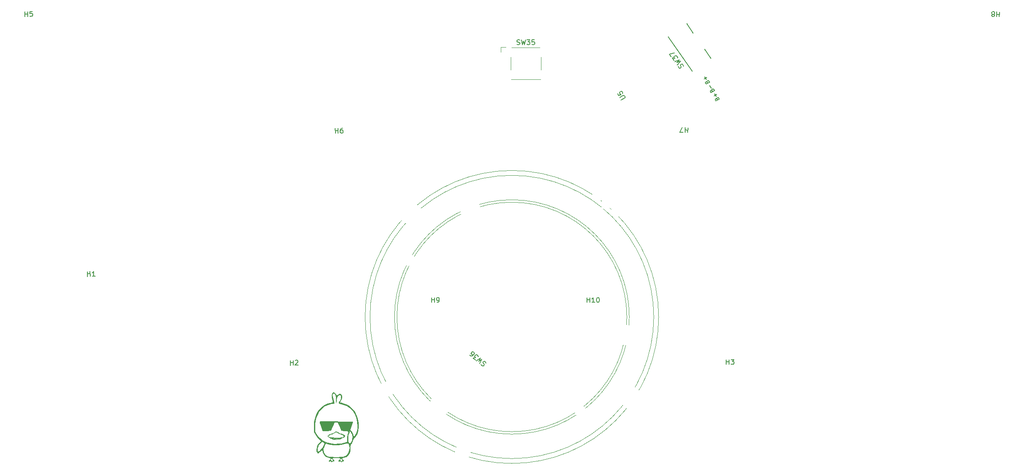
<source format=gbr>
%TF.GenerationSoftware,KiCad,Pcbnew,(6.0.4)*%
%TF.CreationDate,2022-10-16T13:45:35+02:00*%
%TF.ProjectId,Batreeq,42617472-6565-4712-9e6b-696361645f70,rev?*%
%TF.SameCoordinates,Original*%
%TF.FileFunction,Legend,Top*%
%TF.FilePolarity,Positive*%
%FSLAX46Y46*%
G04 Gerber Fmt 4.6, Leading zero omitted, Abs format (unit mm)*
G04 Created by KiCad (PCBNEW (6.0.4)) date 2022-10-16 13:45:35*
%MOMM*%
%LPD*%
G01*
G04 APERTURE LIST*
G04 Aperture macros list*
%AMRoundRect*
0 Rectangle with rounded corners*
0 $1 Rounding radius*
0 $2 $3 $4 $5 $6 $7 $8 $9 X,Y pos of 4 corners*
0 Add a 4 corners polygon primitive as box body*
4,1,4,$2,$3,$4,$5,$6,$7,$8,$9,$2,$3,0*
0 Add four circle primitives for the rounded corners*
1,1,$1+$1,$2,$3*
1,1,$1+$1,$4,$5*
1,1,$1+$1,$6,$7*
1,1,$1+$1,$8,$9*
0 Add four rect primitives between the rounded corners*
20,1,$1+$1,$2,$3,$4,$5,0*
20,1,$1+$1,$4,$5,$6,$7,0*
20,1,$1+$1,$6,$7,$8,$9,0*
20,1,$1+$1,$8,$9,$2,$3,0*%
%AMHorizOval*
0 Thick line with rounded ends*
0 $1 width*
0 $2 $3 position (X,Y) of the first rounded end (center of the circle)*
0 $4 $5 position (X,Y) of the second rounded end (center of the circle)*
0 Add line between two ends*
20,1,$1,$2,$3,$4,$5,0*
0 Add two circle primitives to create the rounded ends*
1,1,$1,$2,$3*
1,1,$1,$4,$5*%
%AMRotRect*
0 Rectangle, with rotation*
0 The origin of the aperture is its center*
0 $1 length*
0 $2 width*
0 $3 Rotation angle, in degrees counterclockwise*
0 Add horizontal line*
21,1,$1,$2,0,0,$3*%
G04 Aperture macros list end*
%ADD10C,0.150000*%
%ADD11C,0.120000*%
%ADD12C,0.100000*%
%ADD13RoundRect,0.375000X-0.837019X-0.050240X-0.462019X-0.699760X0.837019X0.050240X0.462019X0.699760X0*%
%ADD14R,1.600000X1.400000*%
%ADD15C,2.032000*%
%ADD16HorizOval,2.032000X-1.120053X0.724595X1.120053X-0.724595X0*%
%ADD17HorizOval,2.032000X1.332292X0.067491X-1.332292X-0.067491X0*%
%ADD18HorizOval,2.032000X-0.421808X0.776874X0.421808X-0.776874X0*%
%ADD19HorizOval,2.032000X0.753734X0.461889X-0.753734X-0.461889X0*%
%ADD20RoundRect,0.189673X-3.546058X0.753800X3.447877X-1.120219X3.546058X-0.753800X-3.447877X1.120219X0*%
%ADD21C,3.987800*%
%ADD22C,3.000000*%
%ADD23HorizOval,1.701800X0.482963X-0.129410X-0.482963X0.129410X0*%
%ADD24HorizOval,2.032000X-1.317210X-0.210983X1.317210X0.210983X0*%
%ADD25HorizOval,2.032000X0.944925X0.941633X-0.944925X-0.941633X0*%
%ADD26HorizOval,2.032000X0.251070X0.847597X-0.251070X-0.847597X0*%
%ADD27RoundRect,0.189673X-3.139626X-1.812593X3.311844X1.474595X3.139626X1.812593X-3.311844X-1.474595X0*%
%ADD28HorizOval,2.032000X-0.833295X0.295085X0.833295X-0.295085X0*%
%ADD29HorizOval,1.701800X0.445503X0.226995X-0.445503X-0.226995X0*%
%ADD30C,4.500000*%
%ADD31HorizOval,2.032000X1.120053X0.724595X-1.120053X-0.724595X0*%
%ADD32HorizOval,2.032000X-1.332292X0.067491X1.332292X-0.067491X0*%
%ADD33RoundRect,0.189673X-3.447877X-1.120219X3.546058X0.753800X3.447877X1.120219X-3.546058X-0.753800X0*%
%ADD34HorizOval,2.032000X-0.753734X0.461889X0.753734X-0.461889X0*%
%ADD35HorizOval,2.032000X0.421808X0.776874X-0.421808X-0.776874X0*%
%ADD36HorizOval,1.701800X0.482963X0.129410X-0.482963X-0.129410X0*%
%ADD37HorizOval,2.032000X-1.317210X0.210983X1.317210X-0.210983X0*%
%ADD38HorizOval,2.032000X-0.944925X0.941633X0.944925X-0.941633X0*%
%ADD39HorizOval,2.032000X-0.251070X0.847597X0.251070X-0.847597X0*%
%ADD40RoundRect,0.189673X-3.311844X1.474595X3.139626X-1.812593X3.311844X-1.474595X-3.139626X1.812593X0*%
%ADD41HorizOval,2.032000X0.833295X0.295085X-0.833295X-0.295085X0*%
%ADD42HorizOval,1.701800X0.445503X-0.226995X-0.445503X0.226995X0*%
%ADD43HorizOval,2.032000X-1.269427X0.410014X1.269427X-0.410014X0*%
%ADD44HorizOval,2.032000X1.269427X0.410014X-1.269427X-0.410014X0*%
%ADD45HorizOval,2.032000X0.608505X0.641231X-0.608505X-0.641231X0*%
%ADD46HorizOval,2.032000X-0.608505X0.641231X0.608505X-0.641231X0*%
%ADD47RoundRect,0.189673X-3.620327X-0.189672X3.620327X-0.189672X3.620327X0.189672X-3.620327X0.189672X0*%
%ADD48O,2.701800X1.701800*%
%ADD49HorizOval,2.032000X1.023398X0.855694X-1.023398X-0.855694X0*%
%ADD50HorizOval,2.032000X-1.330586X-0.095378X1.330586X0.095378X0*%
%ADD51HorizOval,2.032000X0.323987X0.822489X-0.323987X-0.822489X0*%
%ADD52HorizOval,2.032000X-0.804406X0.366589X0.804406X-0.366589X0*%
%ADD53RoundRect,0.189673X-3.285656X-1.532059X3.427761X1.180338X3.285656X1.532059X-3.427761X-1.180338X0*%
%ADD54HorizOval,1.701800X0.463592X0.187303X-0.463592X-0.187303X0*%
%ADD55RotRect,4.400000X4.400000X140.000000*%
%ADD56C,2.100000*%
%ADD57C,4.200000*%
%ADD58C,2.400000*%
%ADD59C,3.200000*%
%ADD60HorizOval,2.032000X-1.330586X0.095378X1.330586X-0.095378X0*%
%ADD61HorizOval,2.032000X-1.023398X0.855694X1.023398X-0.855694X0*%
%ADD62RoundRect,0.189673X-3.427761X1.180338X3.285656X-1.532059X3.427761X-1.180338X-3.285656X1.532059X0*%
%ADD63HorizOval,2.032000X-0.323987X0.822489X0.323987X-0.822489X0*%
%ADD64HorizOval,2.032000X0.804406X0.366589X-0.804406X-0.366589X0*%
%ADD65HorizOval,1.701800X0.463592X-0.187303X-0.463592X0.187303X0*%
%ADD66HorizOval,1.700000X0.000000X0.000000X0.000000X0.000000X0*%
%ADD67C,1.700000*%
%ADD68HorizOval,1.500000X0.409576X0.286788X-0.409576X-0.286788X0*%
%ADD69RotRect,1.500000X2.500000X125.000000*%
%ADD70HorizOval,2.200000X0.532449X0.372825X-0.532449X-0.372825X0*%
%ADD71C,1.524000*%
%ADD72C,1.400000*%
%ADD73R,1.400000X1.400000*%
G04 APERTURE END LIST*
D10*
%TO.C,SW35*%
X150867823Y-42472839D02*
X151010680Y-42520458D01*
X151248775Y-42520458D01*
X151344013Y-42472839D01*
X151391632Y-42425220D01*
X151439251Y-42329982D01*
X151439251Y-42234744D01*
X151391632Y-42139506D01*
X151344013Y-42091887D01*
X151248775Y-42044268D01*
X151058299Y-41996649D01*
X150963061Y-41949030D01*
X150915442Y-41901411D01*
X150867823Y-41806173D01*
X150867823Y-41710935D01*
X150915442Y-41615697D01*
X150963061Y-41568078D01*
X151058299Y-41520458D01*
X151296394Y-41520458D01*
X151439251Y-41568078D01*
X151772585Y-41520458D02*
X152010680Y-42520458D01*
X152201156Y-41806173D01*
X152391632Y-42520458D01*
X152629727Y-41520458D01*
X152915442Y-41520458D02*
X153534489Y-41520458D01*
X153201156Y-41901411D01*
X153344013Y-41901411D01*
X153439251Y-41949030D01*
X153486870Y-41996649D01*
X153534489Y-42091887D01*
X153534489Y-42329982D01*
X153486870Y-42425220D01*
X153439251Y-42472839D01*
X153344013Y-42520458D01*
X153058299Y-42520458D01*
X152963061Y-42472839D01*
X152915442Y-42425220D01*
X154439251Y-41520458D02*
X153963061Y-41520458D01*
X153915442Y-41996649D01*
X153963061Y-41949030D01*
X154058299Y-41901411D01*
X154296394Y-41901411D01*
X154391632Y-41949030D01*
X154439251Y-41996649D01*
X154486870Y-42091887D01*
X154486870Y-42329982D01*
X154439251Y-42425220D01*
X154391632Y-42472839D01*
X154296394Y-42520458D01*
X154058299Y-42520458D01*
X153963061Y-42472839D01*
X153915442Y-42425220D01*
%TO.C,H10*%
X165209250Y-95308456D02*
X165209250Y-94308456D01*
X165209250Y-94784647D02*
X165780679Y-94784647D01*
X165780679Y-95308456D02*
X165780679Y-94308456D01*
X166780679Y-95308456D02*
X166209250Y-95308456D01*
X166494965Y-95308456D02*
X166494965Y-94308456D01*
X166399726Y-94451314D01*
X166304488Y-94546552D01*
X166209250Y-94594171D01*
X167399726Y-94308456D02*
X167494965Y-94308456D01*
X167590203Y-94356076D01*
X167637822Y-94403695D01*
X167685441Y-94498933D01*
X167733060Y-94689409D01*
X167733060Y-94927504D01*
X167685441Y-95117980D01*
X167637822Y-95213218D01*
X167590203Y-95260837D01*
X167494965Y-95308456D01*
X167399726Y-95308456D01*
X167304488Y-95260837D01*
X167256869Y-95213218D01*
X167209250Y-95117980D01*
X167161631Y-94927504D01*
X167161631Y-94689409D01*
X167209250Y-94498933D01*
X167256869Y-94403695D01*
X167304488Y-94356076D01*
X167399726Y-94308456D01*
%TO.C,H8*%
X249509981Y-35810763D02*
X249475082Y-36810154D01*
X249491700Y-36334254D02*
X248920620Y-36314311D01*
X248938901Y-35790821D02*
X248904001Y-36790211D01*
X248300287Y-36340297D02*
X248393806Y-36391210D01*
X248439734Y-36440462D01*
X248484000Y-36537304D01*
X248482338Y-36584894D01*
X248431424Y-36678413D01*
X248382172Y-36724341D01*
X248285331Y-36768607D01*
X248094970Y-36761960D01*
X248001452Y-36711046D01*
X247955524Y-36661794D01*
X247911258Y-36564952D01*
X247912920Y-36517362D01*
X247963833Y-36423844D01*
X248013085Y-36377915D01*
X248109927Y-36333649D01*
X248300287Y-36340297D01*
X248397129Y-36296030D01*
X248446381Y-36250102D01*
X248497295Y-36156584D01*
X248503943Y-35966224D01*
X248459676Y-35869382D01*
X248413748Y-35820130D01*
X248320230Y-35769216D01*
X248129870Y-35762569D01*
X248033028Y-35806835D01*
X247983776Y-35852763D01*
X247932862Y-35946281D01*
X247926215Y-36136641D01*
X247970481Y-36233483D01*
X248016409Y-36282735D01*
X248109927Y-36333649D01*
%TO.C,H9*%
X133427438Y-95308459D02*
X133427438Y-94308459D01*
X133427438Y-94784650D02*
X133998866Y-94784650D01*
X133998866Y-95308459D02*
X133998866Y-94308459D01*
X134522676Y-95308459D02*
X134713152Y-95308459D01*
X134808390Y-95260840D01*
X134856009Y-95213221D01*
X134951247Y-95070364D01*
X134998866Y-94879888D01*
X134998866Y-94498936D01*
X134951247Y-94403698D01*
X134903628Y-94356079D01*
X134808390Y-94308459D01*
X134617914Y-94308459D01*
X134522676Y-94356079D01*
X134475057Y-94403698D01*
X134427438Y-94498936D01*
X134427438Y-94737031D01*
X134475057Y-94832269D01*
X134522676Y-94879888D01*
X134617914Y-94927507D01*
X134808390Y-94927507D01*
X134903628Y-94879888D01*
X134951247Y-94832269D01*
X134998866Y-94737031D01*
%TO.C,H3*%
X193662295Y-108006745D02*
X193662295Y-107006745D01*
X193662295Y-107482936D02*
X194233723Y-107482936D01*
X194233723Y-108006745D02*
X194233723Y-107006745D01*
X194614676Y-107006745D02*
X195233723Y-107006745D01*
X194900390Y-107387698D01*
X195043247Y-107387698D01*
X195138485Y-107435317D01*
X195186104Y-107482936D01*
X195233723Y-107578174D01*
X195233723Y-107816269D01*
X195186104Y-107911507D01*
X195138485Y-107959126D01*
X195043247Y-108006745D01*
X194757533Y-108006745D01*
X194662295Y-107959126D01*
X194614676Y-107911507D01*
%TO.C,H6*%
X113767602Y-60652174D02*
X113750150Y-59652326D01*
X113758460Y-60128444D02*
X114329802Y-60118471D01*
X114338943Y-60642201D02*
X114321491Y-59642353D01*
X115226115Y-59626563D02*
X115035668Y-59629887D01*
X114941275Y-59679161D01*
X114894495Y-59727604D01*
X114801764Y-59872101D01*
X114757477Y-60063380D01*
X114764125Y-60444274D01*
X114813399Y-60538667D01*
X114861842Y-60585447D01*
X114957897Y-60631397D01*
X115148344Y-60628073D01*
X115242736Y-60578799D01*
X115289517Y-60530356D01*
X115335467Y-60434301D01*
X115331312Y-60196242D01*
X115282038Y-60101850D01*
X115233595Y-60055069D01*
X115137540Y-60009119D01*
X114947093Y-60012444D01*
X114852700Y-60061718D01*
X114805920Y-60110160D01*
X114759970Y-60206215D01*
%TO.C,SW36*%
X144568402Y-107693189D02*
X144489576Y-107564884D01*
X144307185Y-107411840D01*
X144203619Y-107387100D01*
X144136532Y-107392969D01*
X144038836Y-107435317D01*
X143977618Y-107508274D01*
X143952878Y-107611839D01*
X143958748Y-107678926D01*
X144001095Y-107776623D01*
X144116400Y-107935537D01*
X144158747Y-108033233D01*
X144164617Y-108100320D01*
X144139877Y-108203886D01*
X144078659Y-108276842D01*
X143980963Y-108319190D01*
X143913876Y-108325059D01*
X143810310Y-108300320D01*
X143627919Y-108147275D01*
X143549093Y-108018970D01*
X143263136Y-107841186D02*
X143723532Y-106922097D01*
X143118484Y-107346836D01*
X143431705Y-106677225D01*
X142606526Y-107290225D01*
X142387656Y-107106571D02*
X141913438Y-106708655D01*
X142413658Y-106631091D01*
X142304223Y-106539265D01*
X142261875Y-106441568D01*
X142256006Y-106374481D01*
X142280745Y-106270916D01*
X142433790Y-106088524D01*
X142531486Y-106046176D01*
X142598574Y-106040307D01*
X142702139Y-106065047D01*
X142921009Y-106248700D01*
X142963357Y-106346396D01*
X142969226Y-106413484D01*
X141256829Y-106157694D02*
X141402742Y-106280130D01*
X141506307Y-106304870D01*
X141573395Y-106299000D01*
X141738178Y-106250783D01*
X141897092Y-106135479D01*
X142141964Y-105843653D01*
X142166703Y-105740087D01*
X142160834Y-105673000D01*
X142118486Y-105575304D01*
X141972573Y-105452868D01*
X141869007Y-105428128D01*
X141801920Y-105433998D01*
X141704224Y-105476345D01*
X141551179Y-105658737D01*
X141526440Y-105762302D01*
X141532309Y-105829390D01*
X141574657Y-105927086D01*
X141720570Y-106049522D01*
X141824136Y-106074261D01*
X141891223Y-106068392D01*
X141988919Y-106026044D01*
%TO.C,H2*%
X104590118Y-108196652D02*
X104555218Y-107197261D01*
X104571837Y-107673162D02*
X105142918Y-107653219D01*
X105161198Y-108176709D02*
X105126299Y-107177319D01*
X105557933Y-107257542D02*
X105603861Y-107208290D01*
X105697379Y-107157376D01*
X105935329Y-107149067D01*
X106032171Y-107193333D01*
X106081423Y-107239261D01*
X106132337Y-107332779D01*
X106135661Y-107427959D01*
X106093056Y-107572391D01*
X105541919Y-108163414D01*
X106160589Y-108141810D01*
%TO.C,PAD1*%
X190740714Y-51927922D02*
X190716563Y-51809900D01*
X190730506Y-51757861D01*
X190777442Y-51686774D01*
X190876416Y-51629631D01*
X190961446Y-51624527D01*
X191013486Y-51638471D01*
X191084572Y-51685406D01*
X191236953Y-51949338D01*
X190544133Y-52349338D01*
X190410800Y-52118398D01*
X190405696Y-52033367D01*
X190419640Y-51981328D01*
X190466575Y-51910241D01*
X190532558Y-51872146D01*
X190617588Y-51867042D01*
X190669627Y-51880986D01*
X190740714Y-51927922D01*
X190874047Y-52158862D01*
X190573022Y-51408898D02*
X190268260Y-50881035D01*
X189740714Y-50195871D02*
X189716563Y-50077849D01*
X189730506Y-50025810D01*
X189777442Y-49954723D01*
X189876416Y-49897580D01*
X189961446Y-49892476D01*
X190013486Y-49906420D01*
X190084572Y-49953355D01*
X190236953Y-50217287D01*
X189544133Y-50617287D01*
X189410800Y-50386347D01*
X189405696Y-50301316D01*
X189419640Y-50249277D01*
X189466575Y-50178190D01*
X189532558Y-50140095D01*
X189617588Y-50134991D01*
X189669627Y-50148935D01*
X189740714Y-50195871D01*
X189874047Y-50426811D01*
X189573022Y-49676847D02*
X189268260Y-49148984D01*
X189684572Y-49260535D02*
X189156709Y-49565297D01*
X191740714Y-53659973D02*
X191716563Y-53541951D01*
X191730506Y-53489912D01*
X191777442Y-53418825D01*
X191876416Y-53361682D01*
X191961446Y-53356578D01*
X192013486Y-53370522D01*
X192084572Y-53417457D01*
X192236953Y-53681389D01*
X191544133Y-54081389D01*
X191410800Y-53850449D01*
X191405696Y-53765418D01*
X191419640Y-53713379D01*
X191466575Y-53642292D01*
X191532558Y-53604197D01*
X191617588Y-53599093D01*
X191669627Y-53613037D01*
X191740714Y-53659973D01*
X191874047Y-53890913D01*
X191573022Y-53140949D02*
X191268260Y-52613086D01*
X191684572Y-52724637D02*
X191156709Y-53029399D01*
%TO.C,H1*%
X63087440Y-89990612D02*
X63052540Y-88991221D01*
X63069159Y-89467122D02*
X63640240Y-89447179D01*
X63658520Y-89970669D02*
X63623621Y-88971279D01*
X64657911Y-89935770D02*
X64086831Y-89955712D01*
X64372371Y-89945741D02*
X64337471Y-88946350D01*
X64247277Y-89092444D01*
X64155421Y-89190948D01*
X64061902Y-89241862D01*
%TO.C,H7*%
X185824249Y-59508512D02*
X185789350Y-60507903D01*
X185805968Y-60032003D02*
X185234888Y-60012060D01*
X185253169Y-59488570D02*
X185218269Y-60487960D01*
X184837549Y-60474665D02*
X184171288Y-60451399D01*
X184634498Y-59466965D01*
%TO.C,U5*%
X172137356Y-53857755D02*
X172858647Y-53490239D01*
X172921886Y-53404573D01*
X172942696Y-53340526D01*
X172941888Y-53234049D01*
X172855414Y-53064334D01*
X172769748Y-53001095D01*
X172705700Y-52980284D01*
X172599224Y-52981093D01*
X171877933Y-53348609D01*
X171445561Y-52500031D02*
X171661747Y-52924320D01*
X172107654Y-52750563D01*
X172043607Y-52729753D01*
X171957941Y-52666514D01*
X171849848Y-52454369D01*
X171849039Y-52347893D01*
X171869850Y-52283845D01*
X171933089Y-52198179D01*
X172145233Y-52090086D01*
X172251710Y-52089278D01*
X172315757Y-52110088D01*
X172401423Y-52173327D01*
X172509516Y-52385472D01*
X172510324Y-52491948D01*
X172489514Y-52555996D01*
%TO.C,SW37*%
X184905507Y-46900175D02*
X184862575Y-46755840D01*
X184726009Y-46560804D01*
X184632376Y-46510102D01*
X184566055Y-46498408D01*
X184460728Y-46514027D01*
X184382713Y-46568654D01*
X184332012Y-46662287D01*
X184320318Y-46728608D01*
X184335937Y-46833935D01*
X184406182Y-47017277D01*
X184421801Y-47122605D01*
X184410107Y-47188925D01*
X184359406Y-47282559D01*
X184281391Y-47337185D01*
X184176064Y-47352804D01*
X184109743Y-47341110D01*
X184016110Y-47290409D01*
X183879544Y-47095373D01*
X183836612Y-46951038D01*
X183606412Y-46705300D02*
X184288999Y-45936688D01*
X183594637Y-46190356D01*
X184070493Y-45624630D01*
X183114775Y-46003170D01*
X182950896Y-45769127D02*
X182595825Y-45262033D01*
X183099075Y-45316578D01*
X183017136Y-45199556D01*
X183001517Y-45094229D01*
X183013211Y-45027908D01*
X183063912Y-44934275D01*
X183258948Y-44797709D01*
X183364276Y-44782090D01*
X183430596Y-44793784D01*
X183524230Y-44844485D01*
X183688109Y-45078529D01*
X183703728Y-45183856D01*
X183692034Y-45250177D01*
X182404633Y-44988982D02*
X182022249Y-44442881D01*
X183087219Y-44220369D01*
%TO.C,H5*%
X50313336Y-36777998D02*
X50278436Y-35778607D01*
X50295055Y-36254508D02*
X50866136Y-36234565D01*
X50884416Y-36758055D02*
X50849517Y-35758665D01*
X51801318Y-35725427D02*
X51325417Y-35742046D01*
X51294446Y-36219608D01*
X51340374Y-36170356D01*
X51433892Y-36119442D01*
X51671842Y-36111133D01*
X51768684Y-36155399D01*
X51817936Y-36201327D01*
X51868850Y-36294846D01*
X51877160Y-36532796D01*
X51832893Y-36629638D01*
X51786965Y-36678890D01*
X51693447Y-36729803D01*
X51455497Y-36738113D01*
X51358655Y-36693847D01*
X51309403Y-36647918D01*
%TO.C,U1*%
D11*
%TO.C,SW35*%
X149577347Y-45068078D02*
X149577347Y-47668078D01*
X155577347Y-43118078D02*
X149777347Y-43118078D01*
X147577347Y-43068078D02*
X148577347Y-43068078D01*
X155677347Y-49618078D02*
X149677347Y-49618078D01*
X147577347Y-44068078D02*
X147577347Y-43068078D01*
X155777347Y-45068078D02*
X155777347Y-47668078D01*
%TO.C,G\u002A\u002A\u002A*%
G36*
X112946223Y-123250294D02*
G01*
X112802500Y-123180919D01*
X112469303Y-123005502D01*
X112273844Y-122867817D01*
X112193661Y-122750734D01*
X112192891Y-122744894D01*
X112369130Y-122744894D01*
X112385555Y-122765777D01*
X112565983Y-122860637D01*
X112876248Y-122938544D01*
X113277487Y-122997150D01*
X113730834Y-123034105D01*
X114197425Y-123047063D01*
X114638396Y-123033673D01*
X115014882Y-122991589D01*
X115236667Y-122938054D01*
X115464017Y-122828460D01*
X115522717Y-122713241D01*
X115413306Y-122593698D01*
X115136325Y-122471135D01*
X115028323Y-122436304D01*
X114726810Y-122326410D01*
X114469835Y-122201366D01*
X114345533Y-122115329D01*
X114083922Y-121968350D01*
X113798867Y-121985550D01*
X113571858Y-122113069D01*
X113369029Y-122231633D01*
X113081997Y-122352728D01*
X112906646Y-122410514D01*
X112576632Y-122527458D01*
X112394352Y-122641037D01*
X112369130Y-122744894D01*
X112192891Y-122744894D01*
X112188667Y-122712873D01*
X112267767Y-122525790D01*
X112482908Y-122364813D01*
X112800845Y-122251908D01*
X112920545Y-122229263D01*
X113216681Y-122140942D01*
X113497273Y-121992994D01*
X113516517Y-121979133D01*
X113814795Y-121814040D01*
X114082192Y-121804342D01*
X114356181Y-121950513D01*
X114405440Y-121990333D01*
X114617405Y-122130438D01*
X114813921Y-122201682D01*
X114840996Y-122203859D01*
X115028597Y-122239386D01*
X115284747Y-122326666D01*
X115390908Y-122371773D01*
X115621319Y-122494866D01*
X115721479Y-122608757D01*
X115729575Y-122721100D01*
X115653718Y-122898121D01*
X115575333Y-122969783D01*
X115174004Y-123170271D01*
X114867942Y-123302338D01*
X114605688Y-123382090D01*
X114335781Y-123425633D01*
X114051333Y-123446775D01*
X113715253Y-123457950D01*
X113465142Y-123438742D01*
X113231849Y-123374430D01*
X113172230Y-123348519D01*
X113736044Y-123348519D01*
X113842418Y-123361803D01*
X113966667Y-123364273D01*
X114149788Y-123357668D01*
X114200057Y-123340782D01*
X114157167Y-123327581D01*
X113910449Y-123313574D01*
X113776167Y-123327581D01*
X113736044Y-123348519D01*
X113172230Y-123348519D01*
X113020151Y-123282424D01*
X113326055Y-123282424D01*
X113409278Y-123295982D01*
X113519092Y-123280416D01*
X113520403Y-123251514D01*
X113407086Y-123231302D01*
X113358125Y-123244830D01*
X113326055Y-123282424D01*
X113020151Y-123282424D01*
X112946223Y-123250294D01*
G37*
G36*
X114559333Y-127558688D02*
G01*
X114705540Y-127409332D01*
X114728937Y-127305538D01*
X114618013Y-127240288D01*
X114361257Y-127206564D01*
X113966667Y-127197333D01*
X113631108Y-127204690D01*
X113370943Y-127224395D01*
X113223942Y-127252903D01*
X113204667Y-127268878D01*
X113261279Y-127373387D01*
X113374000Y-127493667D01*
X113509387Y-127660835D01*
X113539233Y-127795994D01*
X113462939Y-127859921D01*
X113379468Y-127851564D01*
X113222860Y-127866398D01*
X113170458Y-127926356D01*
X113068956Y-128035177D01*
X112948213Y-128000050D01*
X112897213Y-127918550D01*
X112817086Y-127838038D01*
X112693769Y-127876217D01*
X112524939Y-127949921D01*
X112454899Y-127913715D01*
X112442667Y-127790717D01*
X112483973Y-127681925D01*
X112645036Y-127681925D01*
X112739585Y-127676575D01*
X112811279Y-127630947D01*
X112911419Y-127587828D01*
X112979204Y-127688159D01*
X112991633Y-127724715D01*
X113042603Y-127847021D01*
X113079643Y-127814375D01*
X113091945Y-127773526D01*
X113186511Y-127669609D01*
X113273471Y-127675574D01*
X113345225Y-127682347D01*
X113283630Y-127607412D01*
X113236030Y-127565048D01*
X113084885Y-127404381D01*
X113009881Y-127282000D01*
X112971843Y-127209287D01*
X112957351Y-127300188D01*
X112883743Y-127451266D01*
X112774082Y-127539881D01*
X112656426Y-127628654D01*
X112645036Y-127681925D01*
X112483973Y-127681925D01*
X112509258Y-127615328D01*
X112612000Y-127516351D01*
X112756231Y-127390289D01*
X112744263Y-127283560D01*
X112571377Y-127189755D01*
X112321139Y-127121292D01*
X111867786Y-126937019D01*
X111495769Y-126619178D01*
X111232341Y-126194667D01*
X111154954Y-125970314D01*
X111053684Y-125591676D01*
X110838009Y-125728766D01*
X110623927Y-125895796D01*
X110432153Y-126087095D01*
X110241972Y-126308333D01*
X110062558Y-126096667D01*
X109931987Y-125821759D01*
X109910718Y-125559932D01*
X110157449Y-125559932D01*
X110165017Y-125785442D01*
X110202010Y-125914029D01*
X110226186Y-125927333D01*
X110318619Y-125872824D01*
X110492418Y-125730307D01*
X110665380Y-125571779D01*
X111355529Y-125571779D01*
X111437471Y-125951525D01*
X111538746Y-126188085D01*
X111716306Y-126459822D01*
X111940130Y-126668617D01*
X112231181Y-126820568D01*
X112610419Y-126921771D01*
X113098806Y-126978324D01*
X113717303Y-126996325D01*
X114288465Y-126987941D01*
X114771045Y-126971116D01*
X115122605Y-126947484D01*
X115381454Y-126911307D01*
X115585903Y-126856850D01*
X115774260Y-126778376D01*
X115812465Y-126759744D01*
X116186166Y-126484326D01*
X116458741Y-126095514D01*
X116618145Y-125623920D01*
X116652334Y-125100157D01*
X116602774Y-124750964D01*
X116517753Y-124443084D01*
X116409551Y-124265532D01*
X116243290Y-124201754D01*
X115984091Y-124235197D01*
X115692429Y-124318920D01*
X115015775Y-124473959D01*
X114259327Y-124551480D01*
X113495416Y-124548341D01*
X112796372Y-124461397D01*
X112731216Y-124447618D01*
X112397320Y-124368517D01*
X112115665Y-124292230D01*
X111937404Y-124232842D01*
X111917053Y-124223398D01*
X111815070Y-124201342D01*
X111743327Y-124289845D01*
X111685952Y-124468372D01*
X111595901Y-124725446D01*
X111488361Y-124935179D01*
X111473424Y-124956283D01*
X111366564Y-125222110D01*
X111355529Y-125571779D01*
X110665380Y-125571779D01*
X110697671Y-125542183D01*
X110928397Y-125282831D01*
X111153054Y-124966366D01*
X111343510Y-124640189D01*
X111471632Y-124351699D01*
X111510506Y-124172674D01*
X111442946Y-124066010D01*
X111277955Y-123948466D01*
X111265387Y-123941831D01*
X111117026Y-123874743D01*
X111007215Y-123877717D01*
X110884265Y-123970322D01*
X110716978Y-124149438D01*
X110511103Y-124410223D01*
X110338154Y-124684925D01*
X110285591Y-124792787D01*
X110220306Y-125014510D01*
X110176736Y-125286590D01*
X110157449Y-125559932D01*
X109910718Y-125559932D01*
X109902447Y-125458121D01*
X109964615Y-125045459D01*
X110109167Y-124623475D01*
X110326781Y-124231877D01*
X110567115Y-123947908D01*
X110823739Y-123704150D01*
X110365244Y-123285112D01*
X109888688Y-122740137D01*
X109629541Y-122302691D01*
X109509386Y-122049493D01*
X109430325Y-121841715D01*
X109383997Y-121632215D01*
X109362039Y-121373850D01*
X109356086Y-121019475D01*
X109356616Y-120764154D01*
X109359740Y-120720333D01*
X109615941Y-120720333D01*
X109619645Y-121133511D01*
X109641067Y-121433576D01*
X109689929Y-121676562D01*
X109775950Y-121918501D01*
X109855089Y-122098878D01*
X110198549Y-122659745D01*
X110683273Y-123169465D01*
X111284364Y-123609522D01*
X111976928Y-123961400D01*
X112666057Y-124189468D01*
X113145031Y-124266872D01*
X113725559Y-124294747D01*
X114348033Y-124275537D01*
X114952848Y-124211687D01*
X115480397Y-124105640D01*
X115605484Y-124068931D01*
X116185968Y-123882980D01*
X116132540Y-123444656D01*
X116141710Y-122981448D01*
X116388126Y-122981448D01*
X116389955Y-123383989D01*
X116437413Y-123744741D01*
X116530020Y-124004789D01*
X116537379Y-124016480D01*
X116690388Y-124250000D01*
X116888529Y-124063856D01*
X117028375Y-123867951D01*
X117149202Y-123591765D01*
X117184109Y-123471543D01*
X117238966Y-122915583D01*
X117146506Y-122372398D01*
X116969926Y-121978397D01*
X116846492Y-121787286D01*
X116775452Y-121728016D01*
X116728892Y-121783346D01*
X116715091Y-121821000D01*
X116641688Y-122011697D01*
X116537487Y-122255148D01*
X116523277Y-122286667D01*
X116432407Y-122596035D01*
X116388126Y-122981448D01*
X116141710Y-122981448D01*
X116144341Y-122848523D01*
X116212827Y-122540667D01*
X116324641Y-122159753D01*
X116384490Y-121914295D01*
X116374205Y-121773823D01*
X116275619Y-121707866D01*
X116070565Y-121685955D01*
X115740875Y-121677620D01*
X115697431Y-121676264D01*
X114954433Y-121651667D01*
X114607607Y-120805000D01*
X114260780Y-119958333D01*
X113600236Y-119958333D01*
X112906488Y-121651667D01*
X112054432Y-121675631D01*
X111202375Y-121699596D01*
X110847734Y-120759192D01*
X110713724Y-120384589D01*
X110612804Y-120064613D01*
X110554950Y-119833771D01*
X110549517Y-119727492D01*
X110627857Y-119703062D01*
X110833214Y-119685386D01*
X111172688Y-119674394D01*
X111653380Y-119670020D01*
X112282392Y-119672195D01*
X113066823Y-119680851D01*
X113954865Y-119694882D01*
X114690855Y-119708614D01*
X115372622Y-119722940D01*
X115981898Y-119737357D01*
X116500411Y-119751361D01*
X116909891Y-119764446D01*
X117192069Y-119776109D01*
X117328673Y-119785844D01*
X117338531Y-119788309D01*
X117326877Y-119877567D01*
X117267520Y-120090029D01*
X117171063Y-120389918D01*
X117094253Y-120612627D01*
X116815234Y-121402203D01*
X117039976Y-121626946D01*
X117201757Y-121856614D01*
X117349376Y-122184517D01*
X117407421Y-122364961D01*
X117550123Y-122878235D01*
X117762642Y-122565485D01*
X118025258Y-122108098D01*
X118189744Y-121632389D01*
X118270402Y-121085947D01*
X118284667Y-120652547D01*
X118215481Y-119744287D01*
X118014080Y-118907595D01*
X117689700Y-118155084D01*
X117251577Y-117499363D01*
X116708947Y-116953044D01*
X116071044Y-116528738D01*
X115347106Y-116239056D01*
X114990963Y-116155084D01*
X114661663Y-116078448D01*
X114490366Y-115984219D01*
X114466088Y-115844021D01*
X114577843Y-115629476D01*
X114714666Y-115441379D01*
X114892317Y-115119521D01*
X114940333Y-114783324D01*
X114906344Y-114461862D01*
X114802472Y-114292553D01*
X114625857Y-114272047D01*
X114532704Y-114305439D01*
X114318808Y-114488914D01*
X114153105Y-114803910D01*
X114050038Y-115216010D01*
X114023499Y-115518791D01*
X114004614Y-115834664D01*
X113975268Y-115992066D01*
X113941910Y-116001014D01*
X113910985Y-115871525D01*
X113888940Y-115613614D01*
X113882000Y-115298947D01*
X113856276Y-114759054D01*
X113781024Y-114355114D01*
X113659124Y-114096161D01*
X113493455Y-113991230D01*
X113464600Y-113989333D01*
X113302751Y-114063993D01*
X113241173Y-114194074D01*
X113230571Y-114412506D01*
X113266211Y-114734288D01*
X113337828Y-115103142D01*
X113435154Y-115462793D01*
X113511243Y-115674500D01*
X113582787Y-115867813D01*
X113608370Y-115979284D01*
X113606033Y-115986855D01*
X113517540Y-116014521D01*
X113305904Y-116065434D01*
X113013978Y-116129384D01*
X112963297Y-116140015D01*
X112157140Y-116378505D01*
X111469288Y-116735885D01*
X110892076Y-117217881D01*
X110417839Y-117830222D01*
X110212649Y-118195563D01*
X109906894Y-118895777D01*
X109717449Y-119575351D01*
X109628153Y-120302667D01*
X109615941Y-120720333D01*
X109359740Y-120720333D01*
X109425922Y-119792039D01*
X109620196Y-118901534D01*
X109932270Y-118103047D01*
X110354975Y-117406986D01*
X110881144Y-116823759D01*
X111503609Y-116363776D01*
X112215202Y-116037445D01*
X112702250Y-115905936D01*
X112972817Y-115845245D01*
X113169451Y-115790880D01*
X113238921Y-115761301D01*
X113243004Y-115662070D01*
X113207411Y-115451986D01*
X113160220Y-115255396D01*
X113056204Y-114737051D01*
X113040479Y-114310671D01*
X113112325Y-113996306D01*
X113210452Y-113857097D01*
X113350685Y-113753978D01*
X113478056Y-113758761D01*
X113612619Y-113825884D01*
X113819983Y-113999380D01*
X113951363Y-114185502D01*
X114063059Y-114417853D01*
X114317692Y-114203593D01*
X114527802Y-114044763D01*
X114677236Y-114005440D01*
X114824679Y-114085019D01*
X114944182Y-114197151D01*
X115114331Y-114479520D01*
X115157710Y-114830440D01*
X115074591Y-115206509D01*
X114936148Y-115469111D01*
X114812821Y-115661770D01*
X114748172Y-115784701D01*
X114745648Y-115805223D01*
X114835295Y-115831313D01*
X115041521Y-115880389D01*
X115255348Y-115927813D01*
X116008709Y-116173878D01*
X116683335Y-116565011D01*
X117270482Y-117092088D01*
X117761406Y-117745985D01*
X118147363Y-118517578D01*
X118363484Y-119171002D01*
X118539146Y-120051943D01*
X118581690Y-120870395D01*
X118493088Y-121614726D01*
X118275313Y-122273305D01*
X117930338Y-122834502D01*
X117699553Y-123085674D01*
X117535497Y-123276574D01*
X117444508Y-123450282D01*
X117438000Y-123491213D01*
X117395990Y-123685810D01*
X117291902Y-123929630D01*
X117158652Y-124160591D01*
X117029155Y-124316608D01*
X116985814Y-124344111D01*
X116924865Y-124409419D01*
X116888736Y-124566771D01*
X116873430Y-124844296D01*
X116873097Y-125137720D01*
X116868592Y-125545742D01*
X116838655Y-125842160D01*
X116774186Y-126083914D01*
X116690911Y-126277715D01*
X116401216Y-126690139D01*
X116000745Y-126990371D01*
X115524172Y-127152623D01*
X115511833Y-127154648D01*
X115255301Y-127225049D01*
X115160833Y-127325268D01*
X115230994Y-127450436D01*
X115321333Y-127516351D01*
X115456724Y-127652018D01*
X115481274Y-127786810D01*
X115392510Y-127868363D01*
X115338267Y-127874667D01*
X115146714Y-127930916D01*
X115078567Y-127980500D01*
X114974129Y-128035385D01*
X114868948Y-127947540D01*
X114858095Y-127933100D01*
X114747008Y-127840191D01*
X114689464Y-127869600D01*
X114572607Y-127952688D01*
X114445808Y-127934237D01*
X114390000Y-127831504D01*
X114426031Y-127742005D01*
X114596701Y-127742005D01*
X114611106Y-127751800D01*
X114673360Y-127706771D01*
X114803020Y-127633693D01*
X114889769Y-127695085D01*
X114924456Y-127751666D01*
X114999322Y-127861162D01*
X115036607Y-127824719D01*
X115048566Y-127773526D01*
X115134620Y-127668462D01*
X115220804Y-127672453D01*
X115279675Y-127670385D01*
X115192500Y-127587384D01*
X115173167Y-127572766D01*
X115029424Y-127421397D01*
X114975982Y-127292840D01*
X114961929Y-127204470D01*
X114923135Y-127281282D01*
X114922873Y-127282000D01*
X114836538Y-127434236D01*
X114696723Y-127618104D01*
X114596701Y-127742005D01*
X114426031Y-127742005D01*
X114449751Y-127683086D01*
X114559333Y-127558688D01*
G37*
D12*
%TO.C,SW36*%
X179843347Y-98302077D02*
G75*
G03*
X179843347Y-98302077I-30000000J0D01*
G01*
X178843347Y-98302077D02*
G75*
G03*
X178843347Y-98302077I-29000000J0D01*
G01*
X173843348Y-98302077D02*
G75*
G03*
X173843348Y-98302077I-24000001J0D01*
G01*
X173336847Y-98302077D02*
G75*
G03*
X173336847Y-98302077I-23493500J0D01*
G01*
D10*
%TO.C,SW37*%
X190491276Y-45296824D02*
X189229407Y-43494689D01*
X186877744Y-40136166D02*
X185558518Y-38252116D01*
X186723176Y-47935276D02*
X181790419Y-40890568D01*
%TD*%
D13*
%TO.C,PAD1*%
X193130000Y-52352000D03*
X192130000Y-50619949D03*
X191130000Y-48887898D03*
%TD*%
%LPC*%
D14*
%TO.C,SW35*%
X148677347Y-44118078D03*
X156677347Y-44118078D03*
X148677347Y-48618078D03*
X156677347Y-48618078D03*
%TD*%
D15*
%TO.C,SW7*%
X30920405Y-70392289D03*
D16*
X29812672Y-69676116D03*
D17*
X32237817Y-70325931D03*
D18*
X35887969Y-68910945D03*
D19*
X27359039Y-66625626D03*
D20*
X31673162Y-67601881D03*
D15*
X35470214Y-68132879D03*
X28109859Y-66160678D03*
D21*
X32447437Y-64693327D03*
D22*
X29421474Y-61256346D03*
X38244452Y-62367771D03*
X36212503Y-60446395D03*
D23*
X37351154Y-66010699D03*
D22*
X28588379Y-59777011D03*
D23*
X27538373Y-63377271D03*
D22*
X33987410Y-58946068D03*
%TD*%
D24*
%TO.C,SW26*%
X221730133Y-120335215D03*
D15*
X223032553Y-120126217D03*
D25*
X223967179Y-119195383D03*
D26*
X217865554Y-119710059D03*
D15*
X224901880Y-115402731D03*
D27*
X221724814Y-117548847D03*
D28*
X225732961Y-115701415D03*
D15*
X218112410Y-118862139D03*
D22*
X220310247Y-109193872D03*
X217652766Y-109567790D03*
D29*
X215825251Y-117176063D03*
D21*
X220354009Y-114869279D03*
D22*
X214196513Y-113797957D03*
X223105930Y-109262094D03*
X215805491Y-114339868D03*
D29*
X224879675Y-112567049D03*
%TD*%
D30*
%TO.C,H10*%
X166447346Y-98056076D03*
%TD*%
D15*
%TO.C,SW34*%
X263733084Y-52037591D03*
D31*
X264840817Y-51321417D03*
D32*
X262415672Y-51971232D03*
D33*
X262989787Y-49244648D03*
D34*
X267294449Y-48270927D03*
D15*
X266543629Y-47805979D03*
X259183275Y-49778181D03*
D35*
X258765520Y-50556247D03*
D36*
X267111481Y-45027647D03*
D22*
X256405851Y-44010503D03*
X263343229Y-40778144D03*
D21*
X262206052Y-46338628D03*
D22*
X257867000Y-44875097D03*
X260666078Y-40591370D03*
D36*
X257296650Y-47653423D03*
D22*
X266063636Y-41426131D03*
%TD*%
D30*
%TO.C,H8*%
X248621075Y-39434330D03*
%TD*%
%TO.C,H9*%
X134189343Y-98056079D03*
%TD*%
D24*
%TO.C,SW21*%
X206457465Y-133193314D03*
D15*
X207759885Y-132984316D03*
D25*
X208694511Y-132053482D03*
D15*
X209629212Y-128260830D03*
D27*
X206452146Y-130406946D03*
D15*
X202839742Y-131720238D03*
D26*
X202592886Y-132568158D03*
D28*
X210460293Y-128559514D03*
D22*
X207833262Y-122120193D03*
D29*
X200552583Y-130034162D03*
X209607007Y-125425148D03*
D22*
X198923845Y-126656056D03*
X205037579Y-122051971D03*
X200532823Y-127197967D03*
D21*
X205081341Y-127727378D03*
D22*
X202380098Y-122425889D03*
%TD*%
D25*
%TO.C,SW25*%
X210585847Y-82507660D03*
D15*
X209651221Y-83438494D03*
D24*
X208348801Y-83647492D03*
D26*
X204484222Y-83022336D03*
D28*
X212351629Y-79013692D03*
D15*
X211520548Y-78715008D03*
X204731078Y-82174416D03*
D27*
X208343482Y-80861124D03*
D22*
X204271434Y-72880067D03*
X200815181Y-77110234D03*
D21*
X206972677Y-78181556D03*
D29*
X211498343Y-75879326D03*
D22*
X206928915Y-72506149D03*
X202424159Y-77652145D03*
D29*
X202443919Y-80488340D03*
D22*
X209724598Y-72574371D03*
%TD*%
D37*
%TO.C,SW4*%
X84719139Y-54129775D03*
D15*
X83416719Y-53920777D03*
D38*
X82482094Y-52989943D03*
D39*
X88583719Y-53504619D03*
D15*
X88336862Y-52656699D03*
X81547392Y-49197291D03*
D40*
X84733186Y-51347853D03*
D41*
X80716311Y-49495975D03*
D22*
X83342694Y-43052613D03*
X88796506Y-43362350D03*
D42*
X81567097Y-46355890D03*
D21*
X86095263Y-48663839D03*
D22*
X83850013Y-44672831D03*
D42*
X90617925Y-50971963D03*
D22*
X90661040Y-45292514D03*
X92249109Y-47594369D03*
%TD*%
D37*
%TO.C,SW8*%
X100067257Y-66794397D03*
D15*
X98764837Y-66585399D03*
D38*
X97830212Y-65654565D03*
D15*
X96895510Y-61861913D03*
X103684980Y-65321321D03*
D41*
X96064429Y-62160597D03*
D40*
X100081304Y-64012475D03*
D39*
X103931837Y-66169241D03*
D42*
X105966043Y-63636585D03*
D22*
X104144624Y-56026972D03*
D21*
X101443381Y-61328461D03*
D22*
X107597227Y-60258991D03*
D42*
X96915215Y-59020512D03*
D22*
X98690812Y-55717235D03*
X106009158Y-57957136D03*
X99198131Y-57337453D03*
%TD*%
D43*
%TO.C,SW22*%
X158787996Y-158081008D03*
D44*
X161298692Y-158081008D03*
D15*
X160043344Y-158486077D03*
X163853344Y-155126077D03*
D45*
X155628445Y-155769509D03*
D15*
X156233344Y-155126077D03*
D46*
X164458243Y-155769509D03*
D47*
X160048241Y-155595922D03*
D22*
X160043344Y-146636077D03*
D21*
X160043344Y-152586077D03*
D22*
X156230932Y-150049385D03*
D48*
X154960932Y-152585424D03*
D22*
X155043344Y-148836078D03*
X165040932Y-148839385D03*
X162580932Y-147509385D03*
D48*
X165120932Y-152589385D03*
%TD*%
D30*
%TO.C,H3*%
X192972150Y-111198053D03*
%TD*%
D15*
%TO.C,SW27*%
X179347346Y-156708078D03*
D43*
X178091998Y-156303009D03*
D44*
X180602694Y-156303009D03*
D45*
X174932447Y-153991510D03*
D47*
X179352243Y-153817923D03*
D46*
X183762245Y-153991510D03*
D15*
X183157346Y-153348078D03*
X175537346Y-153348078D03*
D22*
X174347346Y-147058079D03*
X175534934Y-148271386D03*
D48*
X184424934Y-150811386D03*
D21*
X179347346Y-150808078D03*
D22*
X184344934Y-147061386D03*
X179347346Y-144858078D03*
X181884934Y-145731386D03*
D48*
X174264934Y-150807425D03*
%TD*%
D49*
%TO.C,SW33*%
X247370247Y-66486951D03*
D50*
X245042371Y-67427473D03*
D15*
X246358050Y-67332785D03*
X248631942Y-62790196D03*
D51*
X241246983Y-66467877D03*
D52*
X249433828Y-63160177D03*
D53*
X245279920Y-64651245D03*
D15*
X241566801Y-65644698D03*
D22*
X239662803Y-60938575D03*
D54*
X248856968Y-59963370D03*
D22*
X238107178Y-60258495D03*
D54*
X239435296Y-63765700D03*
D21*
X244147871Y-61862400D03*
D22*
X241918962Y-56345656D03*
X247378019Y-56516399D03*
X244598919Y-56204776D03*
%TD*%
D30*
%TO.C,H6*%
X114577344Y-63386078D03*
%TD*%
D15*
%TO.C,SW16*%
X92030356Y-133060348D03*
D38*
X91095731Y-132129514D03*
D37*
X93332776Y-133269346D03*
D15*
X90161029Y-128336862D03*
X96950499Y-131796270D03*
D40*
X93346823Y-130487424D03*
D39*
X97197356Y-132644190D03*
D41*
X89329948Y-128635546D03*
D22*
X100862746Y-126733940D03*
D21*
X94708900Y-127803410D03*
D22*
X92463650Y-123812402D03*
X97410143Y-122501921D03*
D42*
X90180734Y-125495461D03*
D22*
X91956331Y-122192184D03*
D42*
X99231562Y-130111534D03*
D22*
X99274677Y-124432085D03*
%TD*%
D25*
%TO.C,SW28*%
X217097186Y-52993005D03*
D15*
X216162560Y-53923839D03*
D24*
X214860140Y-54132837D03*
D28*
X218862968Y-49499037D03*
D26*
X210995561Y-53507681D03*
D15*
X218031887Y-49200353D03*
X211242417Y-52659761D03*
D27*
X214854821Y-51346469D03*
D22*
X208935498Y-48137490D03*
X210782773Y-43365412D03*
X216235937Y-43059716D03*
D29*
X218009682Y-46364671D03*
X208955258Y-50973685D03*
D21*
X213484016Y-48666901D03*
D22*
X213440254Y-42991494D03*
X207326520Y-47595579D03*
%TD*%
D15*
%TO.C,SW5*%
X74790903Y-70849901D03*
D38*
X73856278Y-69919067D03*
D37*
X76093323Y-71058899D03*
D15*
X72921576Y-66126415D03*
D41*
X72090495Y-66425099D03*
D39*
X79957903Y-70433743D03*
D15*
X79711046Y-69585823D03*
D40*
X76107370Y-68276977D03*
D21*
X77469447Y-65592963D03*
D42*
X81992109Y-67901087D03*
D22*
X80170690Y-60291474D03*
X83623293Y-64523493D03*
X82035224Y-62221638D03*
X74716878Y-59981737D03*
D42*
X72941281Y-63285014D03*
D22*
X75224197Y-61601955D03*
%TD*%
D55*
%TO.C,SW36*%
X130236554Y-77998238D03*
X173263659Y-114099277D03*
D56*
X169126975Y-75320744D03*
X167211864Y-73713775D03*
X171042086Y-76927713D03*
D57*
X141423676Y-76368083D03*
X173044231Y-101976735D03*
D58*
X163952042Y-117720395D03*
D59*
X139749391Y-126035494D03*
D58*
X128867742Y-86671342D03*
D57*
X135054009Y-116549375D03*
D59*
X124286053Y-113059816D03*
%TD*%
D38*
%TO.C,SW15*%
X80578573Y-99512815D03*
D37*
X82815618Y-100652647D03*
D15*
X81513198Y-100443649D03*
D40*
X82829665Y-97870725D03*
D15*
X86433341Y-99179571D03*
D39*
X86680198Y-100027491D03*
D41*
X78812790Y-96018847D03*
D15*
X79643871Y-95720163D03*
D22*
X86892985Y-89885222D03*
X81439173Y-89575485D03*
X88757519Y-91815386D03*
X81946492Y-91195703D03*
X90345588Y-94117241D03*
D42*
X88714404Y-97494835D03*
X79663576Y-92878762D03*
D21*
X84191742Y-95186711D03*
%TD*%
D32*
%TO.C,SW31*%
X267341896Y-70331280D03*
D31*
X269767041Y-69681465D03*
D15*
X268659308Y-70397639D03*
D33*
X267916011Y-67604696D03*
D35*
X263691744Y-68916295D03*
D15*
X271469853Y-66166027D03*
D34*
X272220673Y-66630975D03*
D15*
X264109499Y-68138229D03*
D22*
X262793224Y-63235145D03*
D36*
X272037705Y-63387695D03*
D21*
X267132276Y-64698676D03*
D22*
X261332075Y-62370551D03*
X270989860Y-59786179D03*
X268269453Y-59138192D03*
X265592302Y-58951418D03*
D36*
X262222874Y-66013471D03*
%TD*%
D30*
%TO.C,H2*%
X104010023Y-111310117D03*
%TD*%
D24*
%TO.C,SW23*%
X232111777Y-87991084D03*
D25*
X234348823Y-86851252D03*
D15*
X233414197Y-87782086D03*
X235283524Y-83058600D03*
D28*
X236114605Y-83357284D03*
D27*
X232106458Y-85204716D03*
D15*
X228494054Y-86518008D03*
D26*
X228247198Y-87365928D03*
D21*
X230735653Y-82525148D03*
D22*
X230691891Y-76849741D03*
X226187135Y-81995737D03*
D29*
X235261319Y-80222918D03*
D22*
X233487574Y-76917963D03*
X224578157Y-81453826D03*
X228034410Y-77223659D03*
D29*
X226206895Y-84831932D03*
%TD*%
D60*
%TO.C,SW6*%
X47419732Y-85040139D03*
D61*
X45091856Y-84099617D03*
D15*
X46104053Y-84945451D03*
D62*
X47191265Y-82267580D03*
D15*
X50895301Y-83257365D03*
D63*
X51215120Y-84080543D03*
D64*
X43028274Y-80772843D03*
D15*
X43830160Y-80402862D03*
D21*
X48314232Y-79475066D03*
D65*
X43602146Y-77570556D03*
D22*
X50543141Y-73958322D03*
X45729686Y-75694932D03*
D65*
X53020850Y-81380231D03*
D22*
X52568804Y-75718637D03*
X45083087Y-74125095D03*
X54351450Y-77873324D03*
%TD*%
D44*
%TO.C,SW12*%
X122693106Y-155961010D03*
D15*
X121437758Y-156366079D03*
D43*
X120182410Y-155961010D03*
D47*
X121442655Y-153475924D03*
D45*
X117022859Y-153649511D03*
D46*
X125852657Y-153649511D03*
D15*
X117627758Y-153006079D03*
X125247758Y-153006079D03*
D48*
X126515346Y-150469387D03*
D22*
X121437758Y-144516079D03*
X117625346Y-147929387D03*
X126435346Y-146719387D03*
D21*
X121437758Y-150466079D03*
D22*
X116437758Y-146716080D03*
D48*
X116355346Y-150465426D03*
D22*
X123975346Y-145389387D03*
%TD*%
D15*
%TO.C,SW1*%
X60339102Y-49712465D03*
D60*
X61654781Y-49807153D03*
D61*
X59326905Y-48866631D03*
D15*
X58065209Y-45169876D03*
D62*
X61426314Y-47034594D03*
D63*
X65450169Y-48847557D03*
D64*
X57263323Y-45539857D03*
D15*
X65130350Y-48024379D03*
D65*
X57837195Y-42337570D03*
X67255899Y-46147245D03*
D22*
X59318136Y-38892109D03*
X68586499Y-42640338D03*
D21*
X62549281Y-44242080D03*
D22*
X64778190Y-38725336D03*
X66803853Y-40485651D03*
X59964735Y-40461946D03*
%TD*%
D37*
%TO.C,SW11*%
X78060106Y-120411243D03*
D15*
X76757686Y-120202245D03*
D38*
X75823061Y-119271411D03*
D15*
X74888359Y-115478759D03*
D39*
X81924686Y-119786087D03*
D40*
X78074153Y-117629321D03*
D15*
X81677829Y-118938167D03*
D41*
X74057278Y-115777443D03*
D42*
X83958892Y-117253431D03*
D22*
X82137473Y-109643818D03*
X76683661Y-109334081D03*
D21*
X79436230Y-114945307D03*
D22*
X84002007Y-111573982D03*
X77190980Y-110954299D03*
D42*
X74908064Y-112637358D03*
D22*
X85590076Y-113875837D03*
%TD*%
D25*
%TO.C,SW19*%
X197234247Y-98625352D03*
D15*
X196299621Y-99556186D03*
D24*
X194997201Y-99765184D03*
D27*
X194991882Y-96978816D03*
D15*
X198168948Y-94832700D03*
X191379478Y-98292108D03*
D26*
X191132622Y-99140028D03*
D28*
X199000029Y-95131384D03*
D22*
X190919834Y-88997759D03*
D29*
X198146743Y-91997018D03*
D21*
X193621077Y-94299248D03*
D22*
X193577315Y-88623841D03*
D29*
X189092319Y-96606032D03*
D22*
X187463581Y-93227926D03*
X189072559Y-93769837D03*
X196372998Y-88692063D03*
%TD*%
D17*
%TO.C,SW3*%
X37147868Y-51955540D03*
D15*
X35830456Y-52021898D03*
D16*
X34722723Y-51305725D03*
D19*
X32269090Y-48255235D03*
D15*
X40380265Y-49762488D03*
D18*
X40798020Y-50540554D03*
D20*
X36583213Y-49231490D03*
D15*
X33019910Y-47790287D03*
D21*
X37357488Y-46322936D03*
D22*
X41122554Y-42076004D03*
D23*
X32448424Y-45006880D03*
X42261205Y-47640308D03*
D22*
X34331525Y-42885955D03*
X33498430Y-41406620D03*
X43154503Y-43997380D03*
X38897461Y-40575677D03*
%TD*%
D37*
%TO.C,SW10*%
X67467501Y-87988024D03*
D15*
X66165081Y-87779026D03*
D38*
X65230456Y-86848192D03*
D15*
X71085224Y-86514948D03*
X64295754Y-83055540D03*
D39*
X71332081Y-87362868D03*
D40*
X67481548Y-85206102D03*
D41*
X63464673Y-83354224D03*
D42*
X64315459Y-80214139D03*
D21*
X68843625Y-82522088D03*
D22*
X73409402Y-79150763D03*
X71544868Y-77220599D03*
D42*
X73366287Y-84830212D03*
D22*
X74997471Y-81452618D03*
X66091056Y-76910862D03*
X66598375Y-78531080D03*
%TD*%
D49*
%TO.C,SW32*%
X240252723Y-48870460D03*
D50*
X237924847Y-49810982D03*
D15*
X239240526Y-49716294D03*
D53*
X238162396Y-47034754D03*
D15*
X234449277Y-48028207D03*
D51*
X234129459Y-48851386D03*
D15*
X241514418Y-45173705D03*
D52*
X242316304Y-45543686D03*
D22*
X230989654Y-42642004D03*
X237481395Y-38588285D03*
X234801438Y-38729165D03*
X232545279Y-43322084D03*
D54*
X232317772Y-46149209D03*
X241739444Y-42346879D03*
D22*
X240260495Y-38899908D03*
D21*
X237030347Y-44245909D03*
%TD*%
D13*
%TO.C,PAD1*%
X193130000Y-52352000D03*
X192130000Y-50619949D03*
X191130000Y-48887898D03*
%TD*%
D37*
%TO.C,SW9*%
X91441435Y-83723522D03*
D38*
X89204390Y-82583690D03*
D15*
X90139015Y-83514524D03*
X88269688Y-78791038D03*
D39*
X95306015Y-83098366D03*
D41*
X87438607Y-79089722D03*
D40*
X91455482Y-80941600D03*
D15*
X95059158Y-82250446D03*
D22*
X97383336Y-74886261D03*
X95518802Y-72956097D03*
X90064990Y-72646360D03*
D42*
X97340221Y-80565710D03*
D22*
X90572309Y-74266578D03*
D21*
X92817559Y-78257586D03*
D42*
X88289393Y-75949637D03*
D22*
X98971405Y-77188116D03*
%TD*%
D37*
%TO.C,SW13*%
X113418857Y-82912091D03*
D38*
X111181812Y-81772259D03*
D15*
X112116437Y-82703093D03*
X110247110Y-77979607D03*
X117036580Y-81439015D03*
D39*
X117283437Y-82286935D03*
D41*
X109416029Y-78278291D03*
D40*
X113432904Y-80130169D03*
D22*
X117496224Y-72144666D03*
D42*
X119317643Y-79754279D03*
D22*
X120948827Y-76376685D03*
X112549731Y-73455147D03*
X112042412Y-71834929D03*
X119360758Y-74074830D03*
D21*
X114794981Y-77446155D03*
D42*
X110266815Y-75138206D03*
%TD*%
D24*
%TO.C,SW18*%
X186371383Y-82836059D03*
D25*
X188608429Y-81696227D03*
D15*
X187673803Y-82627061D03*
X189543130Y-77903575D03*
X182753660Y-81362983D03*
D26*
X182506804Y-82210903D03*
D28*
X190374211Y-78202259D03*
D27*
X186366064Y-80049691D03*
D22*
X178837763Y-76298801D03*
X182294016Y-72068634D03*
X187747180Y-71762938D03*
X180446741Y-76840712D03*
D21*
X184995259Y-77370123D03*
D22*
X184951497Y-71694716D03*
D29*
X180466501Y-79676907D03*
X189520925Y-75067893D03*
%TD*%
D30*
%TO.C,H1*%
X62507345Y-93104077D03*
%TD*%
D24*
%TO.C,SW24*%
X199722986Y-66718367D03*
D15*
X201025406Y-66509369D03*
D25*
X201960032Y-65578535D03*
D27*
X199717667Y-63931999D03*
D26*
X195858407Y-66093211D03*
D15*
X196105263Y-65245291D03*
X202894733Y-61785883D03*
D28*
X203725814Y-62084567D03*
D22*
X193798344Y-60723020D03*
X198303100Y-55577024D03*
D21*
X198346862Y-61252431D03*
D29*
X193818104Y-63559215D03*
D22*
X201098783Y-55645246D03*
X192189366Y-60181109D03*
D29*
X202872528Y-58950201D03*
D22*
X195645619Y-55950942D03*
%TD*%
D15*
%TO.C,SW17*%
X140717756Y-158482770D03*
D44*
X141973104Y-158077701D03*
D43*
X139462408Y-158077701D03*
D47*
X140722653Y-155592615D03*
D45*
X136302857Y-155766202D03*
D15*
X136907756Y-155122770D03*
X144527756Y-155122770D03*
D46*
X145132655Y-155766202D03*
D22*
X145715344Y-148836078D03*
X136905344Y-150046078D03*
X143255344Y-147506078D03*
D21*
X140717756Y-152582770D03*
D48*
X145795344Y-152586078D03*
D22*
X135717756Y-148832771D03*
X140717756Y-146632770D03*
D48*
X135635344Y-152582117D03*
%TD*%
D30*
%TO.C,H7*%
X184935343Y-63132079D03*
%TD*%
D66*
%TO.C,U5*%
X163243150Y-63235892D03*
X162090014Y-60972736D03*
X160936878Y-58709579D03*
X159783742Y-56446423D03*
D67*
X158630606Y-54183266D03*
%TD*%
D68*
%TO.C,SW37*%
X184993694Y-41455392D03*
X186140847Y-43093696D03*
D69*
X187288000Y-44732000D03*
D70*
X188492511Y-46452219D03*
X183789184Y-39735173D03*
%TD*%
D24*
%TO.C,SW29*%
X223485960Y-71061963D03*
D15*
X224788380Y-70852965D03*
D25*
X225723006Y-69922131D03*
D28*
X227488788Y-66428163D03*
D26*
X219621381Y-70436807D03*
D27*
X223480641Y-68275595D03*
D15*
X226657707Y-66129479D03*
X219868237Y-69588887D03*
D29*
X226635502Y-63293797D03*
D22*
X217561318Y-65066616D03*
X219408593Y-60294538D03*
D21*
X222109836Y-65596027D03*
D22*
X224861757Y-59988842D03*
X222066074Y-59920620D03*
D29*
X217581078Y-67902811D03*
D22*
X215952340Y-64524705D03*
%TD*%
D50*
%TO.C,SW30*%
X252159896Y-85043968D03*
D49*
X254487772Y-84103446D03*
D15*
X253475575Y-84949280D03*
X255749467Y-80406691D03*
D51*
X248364508Y-84084372D03*
D52*
X256551353Y-80776672D03*
D53*
X252397445Y-82267740D03*
D15*
X248684326Y-83261193D03*
D22*
X245224703Y-77874990D03*
D54*
X255974493Y-77579865D03*
D22*
X251716444Y-73821271D03*
X246780328Y-78555070D03*
X249036487Y-73962151D03*
D21*
X251265396Y-79478895D03*
D22*
X254495544Y-74132894D03*
D54*
X246552821Y-81382195D03*
%TD*%
D60*
%TO.C,SW2*%
X54537546Y-67424054D03*
D15*
X53221867Y-67329366D03*
D61*
X52209670Y-66483532D03*
D15*
X50947974Y-62786777D03*
D62*
X54309079Y-64651495D03*
D15*
X58013115Y-65641280D03*
D63*
X58332934Y-66464458D03*
D64*
X50146088Y-63156758D03*
D65*
X60138664Y-63764146D03*
D21*
X55432046Y-61858981D03*
D22*
X52847500Y-58078847D03*
D65*
X50719960Y-59954471D03*
D22*
X59686618Y-58102552D03*
X52200901Y-56509010D03*
X57660955Y-56342237D03*
X61469264Y-60257239D03*
%TD*%
D30*
%TO.C,H5*%
X51170667Y-39497354D03*
%TD*%
D15*
%TO.C,SW20*%
X218277041Y-100367620D03*
D24*
X216974621Y-100576618D03*
D25*
X219211667Y-99436786D03*
D15*
X213356898Y-99103542D03*
D28*
X220977449Y-95942818D03*
D27*
X216969302Y-97790250D03*
D15*
X220146368Y-95644134D03*
D26*
X213110042Y-99951462D03*
D21*
X215598497Y-95110682D03*
D22*
X209441001Y-94039360D03*
X212897254Y-89809193D03*
X218350418Y-89503497D03*
X211049979Y-94581271D03*
D29*
X220124163Y-92808452D03*
D22*
X215554735Y-89435275D03*
D29*
X211069739Y-97417466D03*
%TD*%
D37*
%TO.C,SW14*%
X104793036Y-99841213D03*
D15*
X103490616Y-99632215D03*
D38*
X102555991Y-98701381D03*
D39*
X108657616Y-99216057D03*
D15*
X101621289Y-94908729D03*
D40*
X104807083Y-97059291D03*
D41*
X100790208Y-95207413D03*
D15*
X108410759Y-98368137D03*
D22*
X103416591Y-88764051D03*
X108870403Y-89073788D03*
X103923910Y-90384269D03*
X112323006Y-93305807D03*
D21*
X106169160Y-94375277D03*
D42*
X110691822Y-96683401D03*
X101640994Y-92067328D03*
D22*
X110734937Y-91003952D03*
%TD*%
D30*
%TO.C,H4*%
X236965997Y-93358077D03*
%TD*%
D71*
%TO.C,U1*%
X112288299Y-51186220D03*
X114394055Y-52606570D03*
X116499810Y-54026920D03*
X118605565Y-55447270D03*
X120711321Y-56867620D03*
X122817076Y-58287970D03*
X124922832Y-59708320D03*
X127028587Y-61128670D03*
X129134343Y-62549020D03*
X131240098Y-63969369D03*
X133345854Y-65389719D03*
X135451609Y-66810069D03*
X143962525Y-54192118D03*
X141856769Y-52771768D03*
X139751014Y-51351418D03*
X137645259Y-49931068D03*
X135539503Y-48510718D03*
X133433748Y-47090368D03*
X131327992Y-45670018D03*
X129222237Y-44249668D03*
X127116481Y-42829318D03*
X125010726Y-41408968D03*
X122904971Y-39988618D03*
X120799215Y-38568268D03*
%TD*%
D72*
%TO.C,U4*%
X144493347Y-93532077D03*
X144493347Y-95312077D03*
X144493347Y-97092077D03*
X144493347Y-98872077D03*
X144493347Y-100652077D03*
X144493347Y-102432077D03*
X144493347Y-104212077D03*
X144493347Y-105992077D03*
X155193347Y-105102077D03*
X155193347Y-103322077D03*
X155193347Y-101542077D03*
X155193347Y-99762077D03*
X155193347Y-97982077D03*
X155193347Y-96202077D03*
X155193347Y-94422077D03*
D73*
X155193347Y-92642077D03*
%TD*%
M02*

</source>
